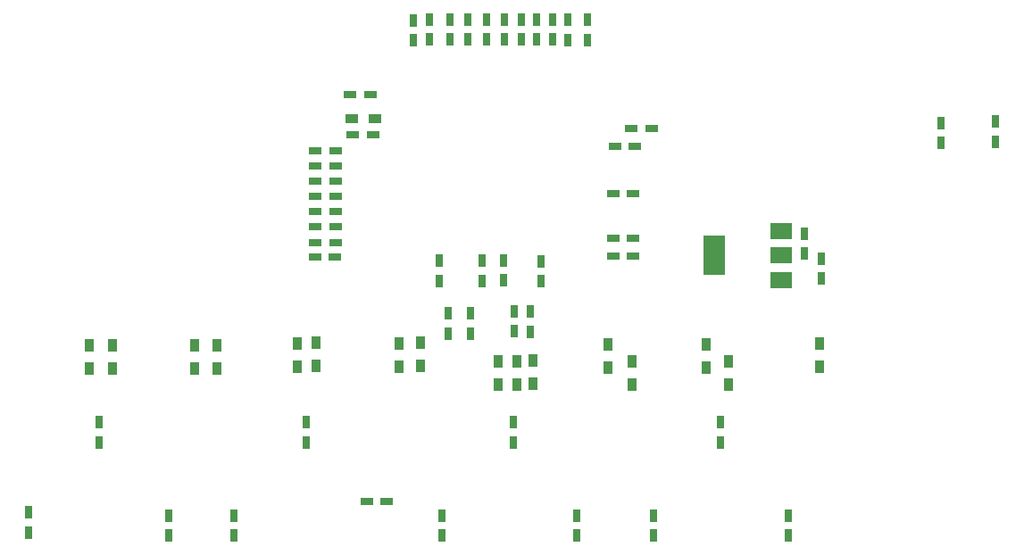
<source format=gbr>
G04 #@! TF.GenerationSoftware,KiCad,Pcbnew,(5.0.2)-1*
G04 #@! TF.CreationDate,2019-06-08T23:38:06+03:00*
G04 #@! TF.ProjectId,AVB switch with Can gateway,41564220-7377-4697-9463-682077697468,v01*
G04 #@! TF.SameCoordinates,Original*
G04 #@! TF.FileFunction,Paste,Bot*
G04 #@! TF.FilePolarity,Positive*
%FSLAX46Y46*%
G04 Gerber Fmt 4.6, Leading zero omitted, Abs format (unit mm)*
G04 Created by KiCad (PCBNEW (5.0.2)-1) date 6/8/2019 11:38:06 PM*
%MOMM*%
%LPD*%
G01*
G04 APERTURE LIST*
%ADD10R,0.900000X1.200000*%
%ADD11R,0.750000X1.200000*%
%ADD12R,1.200000X0.750000*%
%ADD13R,1.200000X0.900000*%
%ADD14R,2.000000X3.800000*%
%ADD15R,2.000000X1.500000*%
G04 APERTURE END LIST*
D10*
G04 #@! TO.C,R29*
X142672000Y-79940000D03*
X142672000Y-82140000D03*
G04 #@! TD*
G04 #@! TO.C,R22*
X151816000Y-83918000D03*
X151816000Y-81718000D03*
G04 #@! TD*
G04 #@! TO.C,R23*
X153340000Y-81634000D03*
X153340000Y-83834000D03*
G04 #@! TD*
G04 #@! TO.C,R24*
X162738000Y-83918000D03*
X162738000Y-81718000D03*
G04 #@! TD*
G04 #@! TO.C,R28*
X132766000Y-79940000D03*
X132766000Y-82140000D03*
G04 #@! TD*
G04 #@! TO.C,R30*
X123368000Y-82394000D03*
X123368000Y-80194000D03*
G04 #@! TD*
G04 #@! TO.C,R31*
X113462000Y-80194000D03*
X113462000Y-82394000D03*
G04 #@! TD*
G04 #@! TO.C,R25*
X171882000Y-83918000D03*
X171882000Y-81718000D03*
G04 #@! TD*
D11*
G04 #@! TO.C,C73*
X179090000Y-71470000D03*
X179090000Y-69570000D03*
G04 #@! TD*
G04 #@! TO.C,C68*
X180650000Y-71950000D03*
X180650000Y-73850000D03*
G04 #@! TD*
D10*
G04 #@! TO.C,R14*
X121280000Y-82330000D03*
X121280000Y-80130000D03*
G04 #@! TD*
G04 #@! TO.C,R21*
X169780000Y-80060000D03*
X169780000Y-82260000D03*
G04 #@! TD*
G04 #@! TO.C,R19*
X150038000Y-83918000D03*
X150038000Y-81718000D03*
G04 #@! TD*
G04 #@! TO.C,R20*
X180500000Y-80040000D03*
X180500000Y-82240000D03*
G04 #@! TD*
G04 #@! TO.C,R15*
X111230000Y-80140000D03*
X111230000Y-82340000D03*
G04 #@! TD*
G04 #@! TO.C,R16*
X140680000Y-82210000D03*
X140680000Y-80010000D03*
G04 #@! TD*
G04 #@! TO.C,R17*
X131000000Y-80010000D03*
X131000000Y-82210000D03*
G04 #@! TD*
G04 #@! TO.C,R18*
X160430000Y-82260000D03*
X160430000Y-80060000D03*
G04 #@! TD*
D12*
G04 #@! TO.C,C4*
X136022000Y-56388000D03*
X137922000Y-56388000D03*
G04 #@! TD*
G04 #@! TO.C,C74*
X136276000Y-60198000D03*
X138176000Y-60198000D03*
G04 #@! TD*
D11*
G04 #@! TO.C,C9*
X124970000Y-96310000D03*
X124970000Y-98210000D03*
G04 #@! TD*
G04 #@! TO.C,C14*
X177520000Y-96310000D03*
X177520000Y-98210000D03*
G04 #@! TD*
G04 #@! TO.C,C13*
X171100000Y-89360000D03*
X171100000Y-87460000D03*
G04 #@! TD*
G04 #@! TO.C,C1*
X112230000Y-89360000D03*
X112230000Y-87460000D03*
G04 #@! TD*
G04 #@! TO.C,C2*
X118790000Y-96310000D03*
X118790000Y-98210000D03*
G04 #@! TD*
G04 #@! TO.C,C3*
X105480000Y-96034999D03*
X105480000Y-97934999D03*
G04 #@! TD*
G04 #@! TO.C,C7*
X131853333Y-89360000D03*
X131853333Y-87460000D03*
G04 #@! TD*
D12*
G04 #@! TO.C,C8*
X137592000Y-95010000D03*
X139492000Y-95010000D03*
G04 #@! TD*
D11*
G04 #@! TO.C,C10*
X151476666Y-89360000D03*
X151476666Y-87460000D03*
G04 #@! TD*
G04 #@! TO.C,C11*
X157460000Y-96310000D03*
X157460000Y-98210000D03*
G04 #@! TD*
G04 #@! TO.C,C12*
X144730000Y-96310000D03*
X144730000Y-98210000D03*
G04 #@! TD*
G04 #@! TO.C,C15*
X164730000Y-96310000D03*
X164730000Y-98210000D03*
G04 #@! TD*
G04 #@! TO.C,C23*
X197220000Y-60830000D03*
X197220000Y-58930000D03*
G04 #@! TD*
G04 #@! TO.C,C24*
X192024000Y-60960000D03*
X192024000Y-59060000D03*
G04 #@! TD*
G04 #@! TO.C,C29*
X142000000Y-51250000D03*
X142000000Y-49350000D03*
G04 #@! TD*
G04 #@! TO.C,C30*
X152206000Y-51150000D03*
X152206000Y-49250000D03*
G04 #@! TD*
G04 #@! TO.C,C31*
X147196000Y-51160000D03*
X147196000Y-49260000D03*
G04 #@! TD*
G04 #@! TO.C,C33*
X147370000Y-77150000D03*
X147370000Y-79050000D03*
G04 #@! TD*
G04 #@! TO.C,C34*
X153070000Y-76990000D03*
X153070000Y-78890000D03*
G04 #@! TD*
D12*
G04 #@! TO.C,C35*
X160950000Y-65800000D03*
X162850000Y-65800000D03*
G04 #@! TD*
G04 #@! TO.C,C36*
X161090000Y-61260000D03*
X162990000Y-61260000D03*
G04 #@! TD*
D11*
G04 #@! TO.C,C37*
X156676000Y-51170000D03*
X156676000Y-49270000D03*
G04 #@! TD*
G04 #@! TO.C,C38*
X153716000Y-51140000D03*
X153716000Y-49240000D03*
G04 #@! TD*
G04 #@! TO.C,C39*
X145446000Y-51160000D03*
X145446000Y-49260000D03*
G04 #@! TD*
D12*
G04 #@! TO.C,C40*
X134620000Y-61720000D03*
X132720000Y-61720000D03*
G04 #@! TD*
G04 #@! TO.C,C41*
X134620000Y-63170000D03*
X132720000Y-63170000D03*
G04 #@! TD*
D11*
G04 #@! TO.C,C43*
X144420000Y-72140000D03*
X144420000Y-74040000D03*
G04 #@! TD*
G04 #@! TO.C,C44*
X148500000Y-72130000D03*
X148500000Y-74030000D03*
G04 #@! TD*
G04 #@! TO.C,C45*
X150520000Y-72100000D03*
X150520000Y-74000000D03*
G04 #@! TD*
G04 #@! TO.C,C46*
X154130000Y-72190000D03*
X154130000Y-74090000D03*
G04 #@! TD*
D12*
G04 #@! TO.C,C47*
X160950000Y-71725000D03*
X162850000Y-71725000D03*
G04 #@! TD*
G04 #@! TO.C,C48*
X160950000Y-70000000D03*
X162850000Y-70000000D03*
G04 #@! TD*
G04 #@! TO.C,C49*
X134620000Y-66040000D03*
X132720000Y-66040000D03*
G04 #@! TD*
G04 #@! TO.C,C50*
X134610000Y-67460000D03*
X132710000Y-67460000D03*
G04 #@! TD*
G04 #@! TO.C,C51*
X134600000Y-70420000D03*
X132700000Y-70420000D03*
G04 #@! TD*
D11*
G04 #@! TO.C,C53*
X145320000Y-77150000D03*
X145320000Y-79050000D03*
G04 #@! TD*
G04 #@! TO.C,C54*
X151560000Y-76930000D03*
X151560000Y-78830000D03*
G04 #@! TD*
D12*
G04 #@! TO.C,C57*
X134620000Y-64570000D03*
X132720000Y-64570000D03*
G04 #@! TD*
G04 #@! TO.C,C58*
X134620000Y-68920000D03*
X132720000Y-68920000D03*
G04 #@! TD*
G04 #@! TO.C,C59*
X134560000Y-71820000D03*
X132660000Y-71820000D03*
G04 #@! TD*
D11*
G04 #@! TO.C,C60*
X143526000Y-51150000D03*
X143526000Y-49250000D03*
G04 #@! TD*
G04 #@! TO.C,C61*
X150596000Y-51160000D03*
X150596000Y-49260000D03*
G04 #@! TD*
G04 #@! TO.C,C62*
X148896000Y-51160000D03*
X148896000Y-49260000D03*
G04 #@! TD*
G04 #@! TO.C,C63*
X158496000Y-51176000D03*
X158496000Y-49276000D03*
G04 #@! TD*
G04 #@! TO.C,C64*
X155206000Y-51150000D03*
X155206000Y-49250000D03*
G04 #@! TD*
D12*
G04 #@! TO.C,C65*
X162690000Y-59560000D03*
X164590000Y-59560000D03*
G04 #@! TD*
D13*
G04 #@! TO.C,R2*
X136150000Y-58700000D03*
X138350000Y-58700000D03*
G04 #@! TD*
D14*
G04 #@! TO.C,U3*
X170560000Y-71650000D03*
D15*
X176860000Y-71650000D03*
X176860000Y-73950000D03*
X176860000Y-69350000D03*
G04 #@! TD*
M02*

</source>
